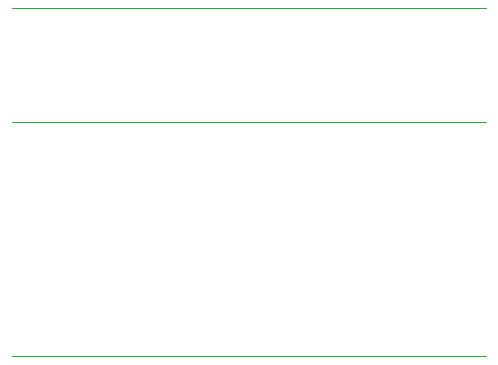
<source format=gbr>
G75*
G71*
%MOMM*%
%OFA0B0*%
%FSLAX53Y53*%
%IPPOS*%
%LPD*%
%ADD10C,0.00100*%
D10*
X0000000Y0050290D02*
X0040130Y0050290D01*
X0000000Y0050292D02*
X0040130Y0050292D01*
X0000000Y0070103D02*
X0040130Y0070103D01*
X0000000Y0079755D02*
X0040130Y0079755D01*
M02*

</source>
